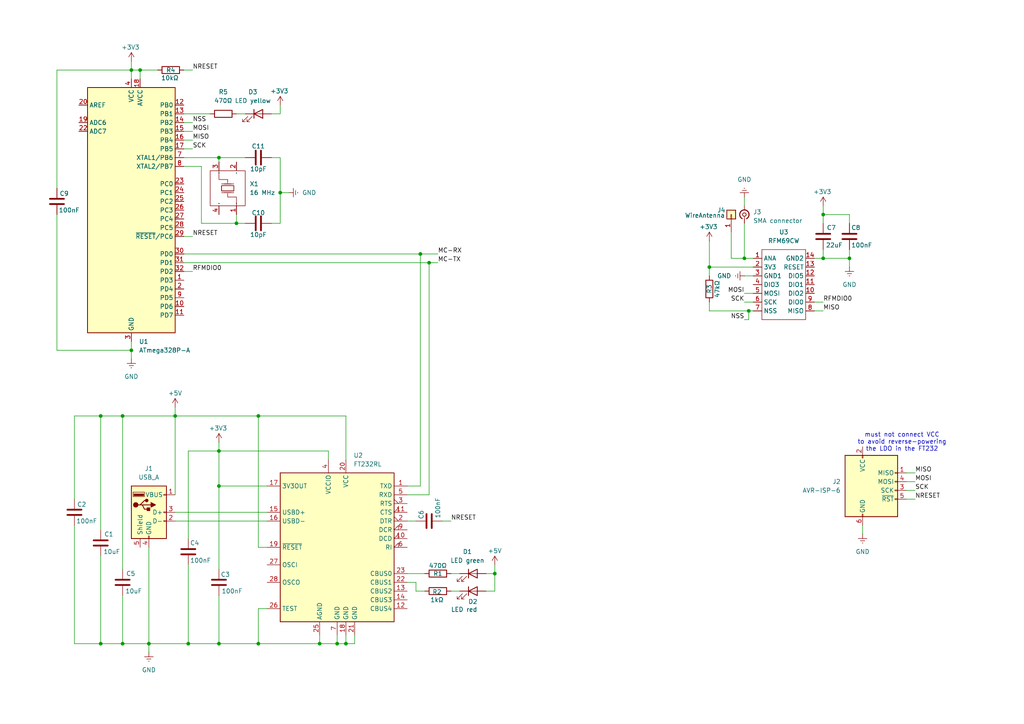
<source format=kicad_sch>
(kicad_sch (version 20231120) (generator "eeschema") (generator_version "8.0")
  (paper "A4")
  (lib_symbols
    (symbol "Connector:AVR-ISP-6" (pin_names (offset 1.016))
      (property "Reference" "J" (at -6.35 11.43 0))
      (property "Value" "AVR-ISP-6" (at 0 11.43 0))
      (symbol "AVR-ISP-6_0_1"
        (rectangle (start -2.667 -6.858) (end -2.413 -7.62))
        (rectangle (start -2.667 10.16) (end -2.413 9.398))
        (rectangle (start 7.62 -2.413) (end 6.858 -2.667))
        (rectangle (start 7.62 0.127) (end 6.858 -0.127))
        (rectangle (start 7.62 2.667) (end 6.858 2.413))
        (rectangle (start 7.62 5.207) (end 6.858 4.953))
        (rectangle (start 7.62 10.16) (end -7.62 -7.62) (stroke (width 0.254)) (fill (type background)))
      )
      (symbol "AVR-ISP-6_1_1"
        (pin passive line (at 10.16 5.08 180) (length 2.54) (name "MISO") (number "1"))
        (pin passive line (at -2.54 12.7 270) (length 2.54) (name "VCC") (number "2"))
        (pin passive line (at 10.16 0 180) (length 2.54) (name "SCK") (number "3"))
        (pin passive line (at 10.16 2.54 180) (length 2.54) (name "MOSI") (number "4"))
        (pin passive line (at 10.16 -2.54 180) (length 2.54) (name "~{RST}") (number "5"))
        (pin passive line (at -2.54 -10.16 90) (length 2.54) (name "GND") (number "6"))
      )
    )
    (symbol "Connector:Conn_Coaxial_Small" (pin_numbers hide) (pin_names (offset 1.016) hide)
      (property "Reference" "J" (at 0.254 3.048 0))
      (property "Value" "Conn_Coaxial_Small" (at 0 -3.81 0))
      (symbol "Conn_Coaxial_Small_0_1"
        (polyline (pts (xy -2.54 0) (xy -0.508 0)))
        (circle (center 0 0) (radius 0.508) (stroke (width 0.2032)))
      )
      (symbol "Conn_Coaxial_Small_1_1"
        (arc (start -1.1916 -0.6311) (mid 0.327 -1.3081) (end 1.3484 0.0039) (stroke (width 0.3048)))
        (arc (start 1.3484 -0.0039) (mid 0.327 1.3081) (end -1.1916 0.6311) (stroke (width 0.3048)))
        (pin passive line (at -2.54 0 0) (length 1.27) (name "In") (number "1"))
        (pin passive line (at 2.54 0 180) (length 1.27) (name "Ext") (number "2"))
      )
    )
    (symbol "Connector:USB_A" (pin_names (offset 1.016))
      (property "Reference" "J" (at -5.08 11.43 0))
      (property "Value" "USB_A" (at -5.08 8.89 0))
      (symbol "USB_A_0_1"
        (rectangle (start -5.08 -7.62) (end 5.08 7.62) (stroke (width 0.254)) (fill (type background)))
        (circle (center -3.81 2.159) (radius 0.635) (stroke (width 0.254)) (fill (type outline)))
        (rectangle (start -1.524 4.826) (end -4.318 5.334) (fill (type outline)))
        (rectangle (start -1.27 4.572) (end -4.572 5.842))
        (circle (center -0.635 3.429) (radius 0.381) (stroke (width 0.254)) (fill (type outline)))
        (rectangle (start -0.127 -7.62) (end 0.127 -6.858))
        (polyline (pts (xy -3.175 2.159) (xy -2.54 2.159) (xy -1.27 3.429) (xy -0.635 3.429)) (stroke (width 0.254)))
        (polyline (pts (xy -2.54 2.159) (xy -1.905 2.159) (xy -1.27 0.889) (xy 0 0.889)) (stroke (width 0.254)))
        (polyline (pts (xy 0.635 2.794) (xy 0.635 1.524) (xy 1.905 2.159) (xy 0.635 2.794)) (stroke (width 0.254)) (fill (type outline)))
        (rectangle (start 0.254 1.27) (end -0.508 0.508) (stroke (width 0.254)) (fill (type outline)))
        (rectangle (start 5.08 -2.667) (end 4.318 -2.413))
        (rectangle (start 5.08 -0.127) (end 4.318 0.127))
        (rectangle (start 5.08 4.953) (end 4.318 5.207))
      )
      (symbol "USB_A_1_1"
        (polyline (pts (xy -1.905 2.159) (xy 0.635 2.159)) (stroke (width 0.254)))
        (pin power_in line (at 7.62 5.08 180) (length 2.54) (name "VBUS") (number "1"))
        (pin bidirectional line (at 7.62 -2.54 180) (length 2.54) (name "D-") (number "2"))
        (pin bidirectional line (at 7.62 0 180) (length 2.54) (name "D+") (number "3"))
        (pin power_in line (at 0 -10.16 90) (length 2.54) (name "GND") (number "4"))
        (pin passive line (at -2.54 -10.16 90) (length 2.54) (name "Shield") (number "5"))
      )
    )
    (symbol "Connector_Generic:Conn_01x01" (pin_names (offset 1.016) hide)
      (property "Reference" "J" (at 0 2.54 0))
      (property "Value" "Conn_01x01" (at 0 -2.54 0))
      (symbol "Conn_01x01_1_1"
        (rectangle (start -1.27 0.127) (end 0 -0.127) (stroke (width 0.1524)))
        (rectangle (start -1.27 1.27) (end 1.27 -1.27) (stroke (width 0.254)) (fill (type background)))
        (pin passive line (at -5.08 0 0) (length 3.81) (name "Pin_1") (number "1"))
      )
    )
    (symbol "Device:C" (pin_numbers hide) (pin_names (offset 0.254))
      (property "Reference" "C" (at 0.635 2.54 0))
      (property "Value" "C" (at 0.635 -2.54 0))
      (symbol "C_0_1"
        (polyline (pts (xy -2.032 -0.762) (xy 2.032 -0.762)) (stroke (width 0.508)))
        (polyline (pts (xy -2.032 0.762) (xy 2.032 0.762)) (stroke (width 0.508)))
      )
      (symbol "C_1_1"
        (pin passive line (at 0 3.81 270) (length 2.794) (name "~") (number "1"))
        (pin passive line (at 0 -3.81 90) (length 2.794) (name "~") (number "2"))
      )
    )
    (symbol "Device:LED" (pin_numbers hide) (pin_names (offset 1.016) hide)
      (property "Reference" "D" (at 0 2.54 0))
      (property "Value" "LED" (at 0 -2.54 0))
      (symbol "LED_0_1"
        (polyline (pts (xy -1.27 -1.27) (xy -1.27 1.27)) (stroke (width 0.254)))
        (polyline (pts (xy -1.27 0) (xy 1.27 0)))
        (polyline (pts (xy 1.27 -1.27) (xy 1.27 1.27) (xy -1.27 0) (xy 1.27 -1.27)) (stroke (width 0.254)))
        (polyline (pts (xy -3.048 -0.762) (xy -4.572 -2.286) (xy -3.81 -2.286) (xy -4.572 -2.286) (xy -4.572 -1.524)))
        (polyline (pts (xy -1.778 -0.762) (xy -3.302 -2.286) (xy -2.54 -2.286) (xy -3.302 -2.286) (xy -3.302 -1.524)))
      )
      (symbol "LED_1_1"
        (pin passive line (at -3.81 0 0) (length 2.54) (name "K") (number "1"))
        (pin passive line (at 3.81 0 180) (length 2.54) (name "A") (number "2"))
      )
    )
    (symbol "Device:R" (pin_numbers hide) (pin_names (offset 0))
      (property "Reference" "R" (at 2.032 0 90))
      (property "Value" "R" (at 0 0 90))
      (symbol "R_0_1"
        (rectangle (start -1.016 -2.54) (end 1.016 2.54) (stroke (width 0.254)))
      )
      (symbol "R_1_1"
        (pin passive line (at 0 3.81 270) (length 1.27) (name "~") (number "1"))
        (pin passive line (at 0 -3.81 90) (length 1.27) (name "~") (number "2"))
      )
    )
    (symbol "Interface_USB:FT232RL"
      (property "Reference" "U" (at -16.51 22.86 0))
      (property "Value" "FT232RL" (at 10.16 22.86 0))
      (symbol "FT232RL_0_1"
        (rectangle (start -16.51 21.59) (end 16.51 -21.59) (stroke (width 0.254)) (fill (type background)))
      )
      (symbol "FT232RL_1_1"
        (pin output line (at 20.32 17.78 180) (length 3.81) (name "TXD") (number "1"))
        (pin input input_low (at 20.32 2.54 180) (length 3.81) (name "DCD") (number "10"))
        (pin input input_low (at 20.32 10.16 180) (length 3.81) (name "CTS") (number "11"))
        (pin bidirectional line (at 20.32 -17.78 180) (length 3.81) (name "CBUS4") (number "12"))
        (pin bidirectional line (at 20.32 -12.7 180) (length 3.81) (name "CBUS2") (number "13"))
        (pin bidirectional line (at 20.32 -15.24 180) (length 3.81) (name "CBUS3") (number "14"))
        (pin bidirectional line (at -20.32 10.16 0) (length 3.81) (name "USBD+") (number "15"))
        (pin bidirectional line (at -20.32 7.62 0) (length 3.81) (name "USBD-") (number "16"))
        (pin power_out line (at -20.32 17.78 0) (length 3.81) (name "3V3OUT") (number "17"))
        (pin power_in line (at 2.54 -25.4 90) (length 3.81) (name "GND") (number "18"))
        (pin input line (at -20.32 0 0) (length 3.81) (name "~{RESET}") (number "19"))
        (pin output output_low (at 20.32 7.62 180) (length 3.81) (name "DTR") (number "2"))
        (pin power_in line (at 2.54 25.4 270) (length 3.81) (name "VCC") (number "20"))
        (pin power_in line (at 5.08 -25.4 90) (length 3.81) (name "GND") (number "21"))
        (pin bidirectional line (at 20.32 -10.16 180) (length 3.81) (name "CBUS1") (number "22"))
        (pin bidirectional line (at 20.32 -7.62 180) (length 3.81) (name "CBUS0") (number "23"))
        (pin power_in line (at -5.08 -25.4 90) (length 3.81) (name "AGND") (number "25"))
        (pin input line (at -20.32 -17.78 0) (length 3.81) (name "TEST") (number "26"))
        (pin input line (at -20.32 -5.08 0) (length 3.81) (name "OSCI") (number "27"))
        (pin output line (at -20.32 -10.16 0) (length 3.81) (name "OSCO") (number "28"))
        (pin output output_low (at 20.32 12.7 180) (length 3.81) (name "RTS") (number "3"))
        (pin power_in line (at -2.54 25.4 270) (length 3.81) (name "VCCIO") (number "4"))
        (pin input line (at 20.32 15.24 180) (length 3.81) (name "RXD") (number "5"))
        (pin input input_low (at 20.32 0 180) (length 3.81) (name "RI") (number "6"))
        (pin power_in line (at 0 -25.4 90) (length 3.81) (name "GND") (number "7"))
        (pin input input_low (at 20.32 5.08 180) (length 3.81) (name "DCR") (number "9"))
      )
    )
    (symbol "MCU_Microchip_ATmega:ATmega328P-A"
      (property "Reference" "U" (at -12.7 36.83 0))
      (property "Value" "ATmega328P-A" (at 2.54 -36.83 0))
      (symbol "ATmega328P-A_0_1"
        (rectangle (start -12.7 -35.56) (end 12.7 35.56) (stroke (width 0.254)) (fill (type background)))
      )
      (symbol "ATmega328P-A_1_1"
        (pin bidirectional line (at 15.24 -20.32 180) (length 2.54) (name "PD3") (number "1"))
        (pin bidirectional line (at 15.24 -27.94 180) (length 2.54) (name "PD6") (number "10"))
        (pin bidirectional line (at 15.24 -30.48 180) (length 2.54) (name "PD7") (number "11"))
        (pin bidirectional line (at 15.24 30.48 180) (length 2.54) (name "PB0") (number "12"))
        (pin bidirectional line (at 15.24 27.94 180) (length 2.54) (name "PB1") (number "13"))
        (pin bidirectional line (at 15.24 25.4 180) (length 2.54) (name "PB2") (number "14"))
        (pin bidirectional line (at 15.24 22.86 180) (length 2.54) (name "PB3") (number "15"))
        (pin bidirectional line (at 15.24 20.32 180) (length 2.54) (name "PB4") (number "16"))
        (pin bidirectional line (at 15.24 17.78 180) (length 2.54) (name "PB5") (number "17"))
        (pin power_in line (at 2.54 38.1 270) (length 2.54) (name "AVCC") (number "18"))
        (pin input line (at -15.24 25.4 0) (length 2.54) (name "ADC6") (number "19"))
        (pin bidirectional line (at 15.24 -22.86 180) (length 2.54) (name "PD4") (number "2"))
        (pin passive line (at -15.24 30.48 0) (length 2.54) (name "AREF") (number "20"))
        (pin passive line (at 0 -38.1 90) (length 2.54) hide (name "GND") (number "21"))
        (pin input line (at -15.24 22.86 0) (length 2.54) (name "ADC7") (number "22"))
        (pin bidirectional line (at 15.24 7.62 180) (length 2.54) (name "PC0") (number "23"))
        (pin bidirectional line (at 15.24 5.08 180) (length 2.54) (name "PC1") (number "24"))
        (pin bidirectional line (at 15.24 2.54 180) (length 2.54) (name "PC2") (number "25"))
        (pin bidirectional line (at 15.24 0 180) (length 2.54) (name "PC3") (number "26"))
        (pin bidirectional line (at 15.24 -2.54 180) (length 2.54) (name "PC4") (number "27"))
        (pin bidirectional line (at 15.24 -5.08 180) (length 2.54) (name "PC5") (number "28"))
        (pin bidirectional line (at 15.24 -7.62 180) (length 2.54) (name "~{RESET}/PC6") (number "29"))
        (pin power_in line (at 0 -38.1 90) (length 2.54) (name "GND") (number "3"))
        (pin bidirectional line (at 15.24 -12.7 180) (length 2.54) (name "PD0") (number "30"))
        (pin bidirectional line (at 15.24 -15.24 180) (length 2.54) (name "PD1") (number "31"))
        (pin bidirectional line (at 15.24 -17.78 180) (length 2.54) (name "PD2") (number "32"))
        (pin power_in line (at 0 38.1 270) (length 2.54) (name "VCC") (number "4"))
        (pin passive line (at 0 -38.1 90) (length 2.54) hide (name "GND") (number "5"))
        (pin passive line (at 0 38.1 270) (length 2.54) hide (name "VCC") (number "6"))
        (pin bidirectional line (at 15.24 15.24 180) (length 2.54) (name "XTAL1/PB6") (number "7"))
        (pin bidirectional line (at 15.24 12.7 180) (length 2.54) (name "XTAL2/PB7") (number "8"))
        (pin bidirectional line (at 15.24 -25.4 180) (length 2.54) (name "PD5") (number "9"))
      )
    )
    (symbol "foxisfrickellibrary:RFM69CW"
      (property "Reference" "U" (at 0 0 0))
      (property "Value" "RFM69CW" (at 0 0 0))
      (symbol "RFM69CW_0_1"
        (rectangle (start -6.35 -1.27) (end 6.35 -21.59))
      )
      (symbol "RFM69CW_1_1"
        (pin bidirectional line (at -8.89 -3.81 0) (length 2.54) (name "ANA") (number "1"))
        (pin bidirectional line (at 8.89 -13.97 180) (length 2.54) (name "DIO2") (number "10"))
        (pin bidirectional line (at 8.89 -11.43 180) (length 2.54) (name "DIO1") (number "11"))
        (pin bidirectional line (at 8.89 -8.89 180) (length 2.54) (name "DIO5") (number "12"))
        (pin bidirectional line (at 8.89 -6.35 180) (length 2.54) (name "RESET") (number "13"))
        (pin power_in line (at 8.89 -3.81 180) (length 2.54) (name "GND2") (number "14"))
        (pin power_in line (at -8.89 -6.35 0) (length 2.54) (name "3V3") (number "2"))
        (pin power_in line (at -8.89 -8.89 0) (length 2.54) (name "GND1") (number "3"))
        (pin bidirectional line (at -8.89 -11.43 0) (length 2.54) (name "DIO3") (number "4"))
        (pin bidirectional line (at -8.89 -13.97 0) (length 2.54) (name "MOSI") (number "5"))
        (pin bidirectional line (at -8.89 -16.51 0) (length 2.54) (name "SCK") (number "6"))
        (pin bidirectional line (at -8.89 -19.05 0) (length 2.54) (name "NSS") (number "7"))
        (pin bidirectional line (at 8.89 -19.05 180) (length 2.54) (name "MISO") (number "8"))
        (pin bidirectional line (at 8.89 -16.51 180) (length 2.54) (name "DIO0") (number "9"))
      )
    )
    (symbol "foxisfrickellibrary:crystosc-X322516MLB4SI"
      (property "Reference" "X?" (at 0 0 0))
      (symbol "crystosc-X322516MLB4SI_1_0"
        (rectangle (start -5.08 -5.08) (end 5.08 5.08))
        (polyline (pts (xy -1.27 -1.778) (xy -1.27 1.778)))
        (polyline (pts (xy -1.27 -1.016) (xy -1.27 1.016)))
        (polyline (pts (xy 0.762 -1.778) (xy -0.762 -1.778)))
        (polyline (pts (xy 1.27 -1.778) (xy 1.27 1.778)))
        (polyline (pts (xy 1.27 -1.016) (xy 1.27 1.016)))
        (polyline (pts (xy -5.08 -2.54) (xy -2.54 -2.54) (xy -2.54 -2.54) (xy -2.54 0) (xy -2.54 0) (xy -1.524 0)))
        (polyline (pts (xy -0.762 -1.778) (xy -0.762 1.778) (xy -0.762 1.778) (xy 0.762 1.778) (xy 0.762 1.778) (xy 0.762 -1.778)))
        (polyline (pts (xy 5.08 2.54) (xy 2.54 2.54) (xy 2.54 2.54) (xy 2.54 0) (xy 2.54 0) (xy 1.524 0)))
        (polyline (pts (xy 0.762 1.778) (xy 0.762 -1.778) (xy 0.762 -1.778) (xy -0.762 -1.778) (xy -0.762 -1.778) (xy -0.762 1.778) (xy -0.762 1.778) (xy 0.762 1.778)))
        (pin unspecified line (at -7.62 -2.54 0) (length 2.54) (name "OSC1") (number "1"))
        (pin unspecified line (at 7.62 -2.54 180) (length 2.54) (name "GND") (number "2"))
        (pin unspecified line (at 7.62 2.54 180) (length 2.54) (name "OSC2") (number "3"))
        (pin unspecified line (at -7.62 2.54 0) (length 2.54) (name "GND") (number "4"))
      )
    )
    (symbol "power:+3V3" (power) (pin_numbers hide) (pin_names (offset 0) hide)
      (property "Value" "+3V3" (at 0 3.556 0))
      (symbol "+3V3_0_1"
        (polyline (pts (xy -0.762 1.27) (xy 0 2.54)))
        (polyline (pts (xy 0 0) (xy 0 2.54)))
        (polyline (pts (xy 0 2.54) (xy 0.762 1.27)))
      )
      (symbol "+3V3_1_1"
        (pin power_in line (at 0 0 90) (length 0) (name "~") (number "1"))
      )
    )
    (symbol "power:+5V" (power) (pin_numbers hide) (pin_names (offset 0) hide)
      (property "Value" "+5V" (at 0 3.556 0))
      (symbol "+5V_0_1"
        (polyline (pts (xy -0.762 1.27) (xy 0 2.54)))
        (polyline (pts (xy 0 0) (xy 0 2.54)))
        (polyline (pts (xy 0 2.54) (xy 0.762 1.27)))
      )
      (symbol "+5V_1_1"
        (pin power_in line (at 0 0 90) (length 0) (name "~") (number "1"))
      )
    )
    (symbol "power:Earth" (power) (pin_numbers hide) (pin_names (offset 0) hide)
      (property "Value" "Earth" (at 0 -3.81 0))
      (symbol "Earth_0_1"
        (polyline (pts (xy -0.635 -1.905) (xy 0.635 -1.905)))
        (polyline (pts (xy -0.127 -2.54) (xy 0.127 -2.54)))
        (polyline (pts (xy 0 -1.27) (xy 0 0)))
        (polyline (pts (xy 1.27 -1.27) (xy -1.27 -1.27)))
      )
      (symbol "Earth_1_1"
        (pin power_in line (at 0 0 270) (length 0) (name "~") (number "1"))
      )
    )
  )
  (junction (at 38.1 20.32))
  (junction (at 50.8 120.65))
  (junction (at 63.5 186.69))
  (junction (at 97.79 186.69))
  (junction (at 35.56 120.65))
  (junction (at 63.5 130.81))
  (junction (at 74.93 120.65))
  (junction (at 35.56 186.69))
  (junction (at 29.21 186.69))
  (junction (at 238.76 74.93))
  (junction (at 121.92 73.66))
  (junction (at 63.5 45.72))
  (junction (at 205.74 77.47))
  (junction (at 43.18 186.69))
  (junction (at 54.61 186.69))
  (junction (at 100.33 186.69))
  (junction (at 246.38 74.93))
  (junction (at 217.17 90.17))
  (junction (at 74.93 186.69))
  (junction (at 81.28 55.88))
  (junction (at 92.71 186.69))
  (junction (at 29.21 120.65))
  (junction (at 40.64 20.32))
  (junction (at 143.51 166.37))
  (junction (at 38.1 101.6))
  (junction (at 68.58 64.77))
  (junction (at 63.5 140.97))
  (junction (at 238.76 62.23))
  (junction (at 124.46 76.2))
  (junction (at 215.9 74.93))
  (wire (pts (xy 143.51 171.45) (xy 143.51 166.37)))
  (wire (pts (xy 53.34 38.1) (xy 55.88 38.1)))
  (wire (pts (xy 50.8 120.65) (xy 50.8 143.51)))
  (wire (pts (xy 54.61 156.21) (xy 54.61 130.81)))
  (wire (pts (xy 121.92 140.97) (xy 121.92 73.66)))
  (wire (pts (xy 40.64 20.32) (xy 45.72 20.32)))
  (wire (pts (xy 143.51 163.83) (xy 143.51 166.37)))
  (wire (pts (xy 63.5 172.72) (xy 63.5 186.69)))
  (wire (pts (xy 246.38 74.93) (xy 246.38 72.39)))
  (wire (pts (xy 250.19 152.4) (xy 250.19 154.94)))
  (wire (pts (xy 50.8 148.59) (xy 77.47 148.59)))
  (wire (pts (xy 38.1 20.32) (xy 38.1 22.86)))
  (wire (pts (xy 100.33 120.65) (xy 100.33 133.35)))
  (wire (pts (xy 43.18 186.69) (xy 54.61 186.69)))
  (wire (pts (xy 35.56 120.65) (xy 35.56 165.1)))
  (wire (pts (xy 81.28 45.72) (xy 81.28 55.88)))
  (wire (pts (xy 215.9 80.01) (xy 218.44 80.01)))
  (wire (pts (xy 121.92 73.66) (xy 53.34 73.66)))
  (wire (pts (xy 68.58 64.77) (xy 71.12 64.77)))
  (wire (pts (xy 215.9 74.93) (xy 215.9 64.77)))
  (wire (pts (xy 246.38 62.23) (xy 238.76 62.23)))
  (wire (pts (xy 246.38 74.93) (xy 246.38 77.47)))
  (wire (pts (xy 53.34 33.02) (xy 60.96 33.02)))
  (wire (pts (xy 21.59 144.78) (xy 21.59 120.65)))
  (wire (pts (xy 63.5 140.97) (xy 77.47 140.97)))
  (wire (pts (xy 16.51 20.32) (xy 38.1 20.32)))
  (wire (pts (xy 29.21 186.69) (xy 21.59 186.69)))
  (wire (pts (xy 63.5 130.81) (xy 63.5 140.97)))
  (wire (pts (xy 74.93 176.53) (xy 74.93 186.69)))
  (wire (pts (xy 63.5 140.97) (xy 63.5 165.1)))
  (wire (pts (xy 130.81 171.45) (xy 133.35 171.45)))
  (wire (pts (xy 92.71 184.15) (xy 92.71 186.69)))
  (wire (pts (xy 81.28 64.77) (xy 81.28 55.88)))
  (wire (pts (xy 205.74 87.63) (xy 205.74 90.17)))
  (wire (pts (xy 238.76 72.39) (xy 238.76 74.93)))
  (wire (pts (xy 238.76 62.23) (xy 238.76 64.77)))
  (wire (pts (xy 40.64 22.86) (xy 40.64 20.32)))
  (wire (pts (xy 16.51 54.61) (xy 16.51 20.32)))
  (wire (pts (xy 77.47 158.75) (xy 74.93 158.75)))
  (wire (pts (xy 54.61 130.81) (xy 63.5 130.81)))
  (wire (pts (xy 140.97 171.45) (xy 143.51 171.45)))
  (wire (pts (xy 21.59 186.69) (xy 21.59 152.4)))
  (wire (pts (xy 53.34 45.72) (xy 63.5 45.72)))
  (wire (pts (xy 63.5 45.72) (xy 71.12 45.72)))
  (wire (pts (xy 262.89 137.16) (xy 265.43 137.16)))
  (wire (pts (xy 217.17 92.71) (xy 217.17 90.17)))
  (wire (pts (xy 262.89 144.78) (xy 265.43 144.78)))
  (wire (pts (xy 53.34 20.32) (xy 55.88 20.32)))
  (wire (pts (xy 38.1 101.6) (xy 38.1 104.14)))
  (wire (pts (xy 81.28 30.48) (xy 81.28 33.02)))
  (wire (pts (xy 95.25 130.81) (xy 63.5 130.81)))
  (wire (pts (xy 124.46 143.51) (xy 124.46 76.2)))
  (wire (pts (xy 205.74 69.85) (xy 205.74 77.47)))
  (wire (pts (xy 53.34 35.56) (xy 55.88 35.56)))
  (wire (pts (xy 78.74 64.77) (xy 81.28 64.77)))
  (wire (pts (xy 53.34 78.74) (xy 55.88 78.74)))
  (wire (pts (xy 212.09 74.93) (xy 215.9 74.93)))
  (wire (pts (xy 205.74 90.17) (xy 217.17 90.17)))
  (wire (pts (xy 100.33 184.15) (xy 100.33 186.69)))
  (wire (pts (xy 236.22 74.93) (xy 238.76 74.93)))
  (wire (pts (xy 58.42 48.26) (xy 53.34 48.26)))
  (wire (pts (xy 53.34 43.18) (xy 55.88 43.18)))
  (wire (pts (xy 50.8 151.13) (xy 77.47 151.13)))
  (wire (pts (xy 40.64 20.32) (xy 38.1 20.32)))
  (wire (pts (xy 102.87 184.15) (xy 102.87 186.69)))
  (wire (pts (xy 205.74 77.47) (xy 205.74 80.01)))
  (wire (pts (xy 68.58 62.23) (xy 68.58 64.77)))
  (wire (pts (xy 58.42 64.77) (xy 58.42 48.26)))
  (wire (pts (xy 215.9 57.15) (xy 215.9 59.69)))
  (wire (pts (xy 97.79 184.15) (xy 97.79 186.69)))
  (wire (pts (xy 35.56 186.69) (xy 43.18 186.69)))
  (wire (pts (xy 236.22 90.17) (xy 238.76 90.17)))
  (wire (pts (xy 262.89 142.24) (xy 265.43 142.24)))
  (wire (pts (xy 123.19 171.45) (xy 120.65 171.45)))
  (wire (pts (xy 53.34 68.58) (xy 55.88 68.58)))
  (wire (pts (xy 78.74 45.72) (xy 81.28 45.72)))
  (wire (pts (xy 81.28 55.88) (xy 83.82 55.88)))
  (wire (pts (xy 74.93 186.69) (xy 92.71 186.69)))
  (wire (pts (xy 50.8 118.11) (xy 50.8 120.65)))
  (wire (pts (xy 50.8 120.65) (xy 74.93 120.65)))
  (wire (pts (xy 68.58 64.77) (xy 58.42 64.77)))
  (wire (pts (xy 118.11 166.37) (xy 123.19 166.37)))
  (wire (pts (xy 74.93 120.65) (xy 100.33 120.65)))
  (wire (pts (xy 29.21 120.65) (xy 35.56 120.65)))
  (wire (pts (xy 29.21 186.69) (xy 35.56 186.69)))
  (wire (pts (xy 120.65 168.91) (xy 118.11 168.91)))
  (wire (pts (xy 77.47 176.53) (xy 74.93 176.53)))
  (wire (pts (xy 262.89 139.7) (xy 265.43 139.7)))
  (wire (pts (xy 102.87 186.69) (xy 100.33 186.69)))
  (wire (pts (xy 43.18 186.69) (xy 43.18 189.23)))
  (wire (pts (xy 120.65 171.45) (xy 120.65 168.91)))
  (wire (pts (xy 218.44 74.93) (xy 215.9 74.93)))
  (wire (pts (xy 118.11 140.97) (xy 121.92 140.97)))
  (wire (pts (xy 97.79 186.69) (xy 92.71 186.69)))
  (wire (pts (xy 54.61 186.69) (xy 63.5 186.69)))
  (wire (pts (xy 43.18 158.75) (xy 43.18 186.69)))
  (wire (pts (xy 215.9 87.63) (xy 218.44 87.63)))
  (wire (pts (xy 38.1 20.32) (xy 38.1 17.78)))
  (wire (pts (xy 63.5 128.27) (xy 63.5 130.81)))
  (wire (pts (xy 29.21 120.65) (xy 29.21 153.67)))
  (wire (pts (xy 54.61 163.83) (xy 54.61 186.69)))
  (wire (pts (xy 130.81 166.37) (xy 133.35 166.37)))
  (wire (pts (xy 16.51 62.23) (xy 16.51 101.6)))
  (wire (pts (xy 246.38 64.77) (xy 246.38 62.23)))
  (wire (pts (xy 121.92 73.66) (xy 127 73.66)))
  (wire (pts (xy 118.11 151.13) (xy 120.65 151.13)))
  (wire (pts (xy 128.27 151.13) (xy 130.81 151.13)))
  (wire (pts (xy 212.09 67.31) (xy 212.09 74.93)))
  (wire (pts (xy 124.46 76.2) (xy 53.34 76.2)))
  (wire (pts (xy 21.59 120.65) (xy 29.21 120.65)))
  (wire (pts (xy 236.22 87.63) (xy 238.76 87.63)))
  (wire (pts (xy 143.51 166.37) (xy 140.97 166.37)))
  (wire (pts (xy 238.76 74.93) (xy 246.38 74.93)))
  (wire (pts (xy 81.28 33.02) (xy 78.74 33.02)))
  (wire (pts (xy 205.74 77.47) (xy 218.44 77.47)))
  (wire (pts (xy 215.9 85.09) (xy 218.44 85.09)))
  (wire (pts (xy 118.11 143.51) (xy 124.46 143.51)))
  (wire (pts (xy 68.58 33.02) (xy 71.12 33.02)))
  (wire (pts (xy 53.34 40.64) (xy 55.88 40.64)))
  (wire (pts (xy 63.5 186.69) (xy 74.93 186.69)))
  (wire (pts (xy 95.25 133.35) (xy 95.25 130.81)))
  (wire (pts (xy 215.9 92.71) (xy 217.17 92.71)))
  (wire (pts (xy 63.5 45.72) (xy 63.5 46.99)))
  (wire (pts (xy 35.56 172.72) (xy 35.56 186.69)))
  (wire (pts (xy 16.51 101.6) (xy 38.1 101.6)))
  (wire (pts (xy 217.17 90.17) (xy 218.44 90.17)))
  (wire (pts (xy 35.56 120.65) (xy 50.8 120.65)))
  (wire (pts (xy 238.76 59.69) (xy 238.76 62.23)))
  (wire (pts (xy 29.21 186.69) (xy 29.21 161.29)))
  (wire (pts (xy 74.93 120.65) (xy 74.93 158.75)))
  (wire (pts (xy 100.33 186.69) (xy 97.79 186.69)))
  (wire (pts (xy 38.1 99.06) (xy 38.1 101.6)))
  (wire (pts (xy 124.46 76.2) (xy 127 76.2)))
  (text "must not connect VCC\nto avoid reverse-powering\nthe LDO in the FT232" (at 261.62 128.27 0) (effects (font (size 1.27 1.27))))
  (label "RFMDIO0" (at 238.76 87.63 0))
  (label "NRESET" (at 55.88 20.32 0))
  (label "NSS" (at 55.88 35.56 0))
  (label "MISO" (at 238.76 90.17 0))
  (label "MISO" (at 265.43 137.16 0))
  (label "SCK" (at 265.43 142.24 0))
  (label "MC-RX" (at 127 73.66 0))
  (label "NSS" (at 215.9 92.71 180))
  (label "NRESET" (at 130.81 151.13 0))
  (label "RFMDIO0" (at 55.88 78.74 0))
  (label "SCK" (at 215.9 87.63 180))
  (label "SCK" (at 55.88 43.18 0))
  (label "MC-TX" (at 127 76.2 0))
  (label "NRESET" (at 55.88 68.58 0))
  (label "MOSI" (at 215.9 85.09 180))
  (label "NRESET" (at 265.43 144.78 0))
  (label "MISO" (at 55.88 40.64 0))
  (label "MOSI" (at 55.88 38.1 0))
  (label "MOSI" (at 265.43 139.7 0))
  (symbol (lib_id "Connector:AVR-ISP-6") (at 252.73 142.24 0) (unit 1) (in_bom no)
    (property "Reference" "J2" (at 243.84 139.6999 0) (effects (justify right)))
    (property "Value" "AVR-ISP-6" (at 243.84 142.2399 0) (effects (justify right)))
    (property "Footprint" "Connector:Tag-Connect_TC2030-IDC-NL_2x03_P1.27mm_Vertical" (effects (hide yes)))
    (property "Datasheet" " ~" (effects (hide yes)))
    (property "Description" "Atmel 6-pin ISP connector" (effects (hide yes)))
  )
  (symbol (lib_id "Device:C") (at 21.59 148.59 0) (unit 1)
    (property "Reference" "C2" (at 22.352 146.304 0) (effects (justify left)))
    (property "Value" "100nF" (at 22.098 151.13 0) (effects (justify left)))
    (property "Footprint" "Capacitor_SMD:C_0402_1005Metric" (effects (hide yes)))
    (property "Description" "Unpolarized capacitor" (effects (hide yes)))
  )
  (symbol (lib_id "Device:LED") (at 137.16 166.37 0) (unit 1)
    (property "Reference" "D1" (at 135.5725 160.02 0))
    (property "Value" "LED green" (at 135.5725 162.56 0))
    (property "Footprint" "LED_SMD:LED_0805_2012Metric" (effects (hide yes)))
    (property "Description" "Light emitting diode" (effects (hide yes)))
  )
  (symbol (lib_id "Device:R") (at 49.53 20.32 90) (unit 1)
    (property "Reference" "R4" (at 49.53 20.32 90))
    (property "Value" "10kΩ" (at 49.276 22.606 90))
    (property "Footprint" "foxisfrickellibrary:R_0402_modsilkscreen" (effects (hide yes)))
    (property "Description" "Resistor" (effects (hide yes)))
  )
  (symbol (lib_id "power:Earth") (at 250.19 154.94 0) (unit 1)
    (property "Reference" "#PWR06" (effects (hide yes)))
    (property "Value" "GND" (at 250.19 160.02 0))
  )
  (symbol (lib_id "Device:R") (at 127 171.45 90) (unit 1)
    (property "Reference" "R2" (at 126.746 171.704 90))
    (property "Value" "1kΩ" (at 126.746 173.99 90))
    (property "Footprint" "foxisfrickellibrary:R_0402_modsilkscreen" (effects (hide yes)))
    (property "Description" "Resistor" (effects (hide yes)))
  )
  (symbol (lib_id "power:+3V3") (at 38.1 17.78 0) (unit 1)
    (property "Reference" "#PWR010" (effects (hide yes)))
    (property "Value" "+3V3" (at 37.846 13.716 0))
    (property "Description" "Power symbol creates a global label with name \"+3V3\"" (effects (hide yes)))
  )
  (symbol (lib_id "power:Earth") (at 43.18 189.23 0) (unit 1)
    (property "Reference" "#PWR01" (effects (hide yes)))
    (property "Value" "GND" (at 43.18 194.31 0))
  )
  (symbol (lib_id "power:Earth") (at 215.9 57.15 180) (unit 1)
    (property "Reference" "#PWR014" (effects (hide yes)))
    (property "Value" "GND" (at 215.9 52.07 0))
  )
  (symbol (lib_id "Device:C") (at 63.5 168.91 0) (unit 1)
    (property "Reference" "C3" (at 64.008 166.624 0) (effects (justify left)))
    (property "Value" "100nF" (at 64.262 171.45 0) (effects (justify left)))
    (property "Footprint" "Capacitor_SMD:C_0402_1005Metric" (effects (hide yes)))
    (property "Description" "Unpolarized capacitor" (effects (hide yes)))
  )
  (symbol (lib_id "power:Earth") (at 215.9 80.01 270) (unit 1)
    (property "Reference" "#PWR07" (effects (hide yes)))
    (property "Value" "GND" (at 212.09 80.0099 90) (effects (justify right)))
  )
  (symbol (lib_id "Connector:USB_A") (at 43.18 148.59 0) (unit 1) (in_bom no)
    (property "Reference" "J1" (at 43.18 135.89 0))
    (property "Value" "USB_A" (at 43.18 138.43 0))
    (property "Footprint" "Connector_USB:USB_A_Molex_48037-2200_Horizontal" (effects (hide yes)))
    (property "Datasheet" " ~" (effects (hide yes)))
    (property "Description" "USB Type A connector" (effects (hide yes)))
  )
  (symbol (lib_id "Device:R") (at 64.77 33.02 90) (unit 1)
    (property "Reference" "R5" (at 64.77 26.67 90))
    (property "Value" "470Ω" (at 64.77 29.21 90))
    (property "Footprint" "foxisfrickellibrary:R_0402_modsilkscreen" (effects (hide yes)))
    (property "Description" "Resistor" (effects (hide yes)))
  )
  (symbol (lib_id "Device:C") (at 238.76 68.58 0) (unit 1)
    (property "Reference" "C7" (at 239.776 66.04 0) (effects (justify left)))
    (property "Value" "22uF" (at 239.522 71.12 0) (effects (justify left)))
    (property "Footprint" "Capacitor_SMD:C_0603_1608Metric" (effects (hide yes)))
    (property "Description" "Unpolarized capacitor" (effects (hide yes)))
  )
  (symbol (lib_id "Interface_USB:FT232RL") (at 97.79 158.75 0) (unit 1)
    (property "Reference" "U2" (at 102.5241 132.08 0) (effects (justify left)))
    (property "Value" "FT232RL" (at 102.5241 134.62 0) (effects (justify left)))
    (property "Footprint" "Package_SO:SSOP-28_5.3x10.2mm_P0.65mm" (effects (hide yes)))
    (property "Datasheet" "https://www.ftdichip.com/Support/Documents/DataSheets/ICs/DS_FT232R.pdf" (effects (hide yes)))
    (property "Description" "USB to Serial Interface, SSOP-28" (effects (hide yes)))
  )
  (symbol (lib_id "power:Earth") (at 246.38 77.47 0) (unit 1)
    (property "Reference" "#PWR08" (effects (hide yes)))
    (property "Value" "GND" (at 246.38 82.55 0))
  )
  (symbol (lib_id "Device:C") (at 29.21 157.48 0) (unit 1)
    (property "Reference" "C1" (at 30.226 154.94 0) (effects (justify left)))
    (property "Value" "10uF" (at 29.972 160.02 0) (effects (justify left)))
    (property "Footprint" "Capacitor_SMD:C_0603_1608Metric" (effects (hide yes)))
    (property "Description" "Unpolarized capacitor" (effects (hide yes)))
  )
  (symbol (lib_id "Device:C") (at 74.93 64.77 270) (unit 1)
    (property "Reference" "C10" (at 74.93 61.722 90))
    (property "Value" "10pF" (at 74.93 68.072 90))
    (property "Footprint" "Capacitor_SMD:C_0402_1005Metric" (effects (hide yes)))
    (property "Description" "Unpolarized capacitor" (effects (hide yes)))
  )
  (symbol (lib_id "power:+3V3") (at 81.28 30.48 0) (unit 1)
    (property "Reference" "#PWR012" (effects (hide yes)))
    (property "Value" "+3V3" (at 81.026 26.416 0))
    (property "Description" "Power symbol creates a global label with name \"+3V3\"" (effects (hide yes)))
  )
  (symbol (lib_id "Device:C") (at 74.93 45.72 90) (unit 1)
    (property "Reference" "C11" (at 74.93 42.418 90))
    (property "Value" "10pF" (at 74.93 49.022 90))
    (property "Footprint" "Capacitor_SMD:C_0402_1005Metric" (effects (hide yes)))
    (property "Description" "Unpolarized capacitor" (effects (hide yes)))
  )
  (symbol (lib_id "power:+3V3") (at 205.74 69.85 0) (unit 1)
    (property "Reference" "#PWR05" (effects (hide yes)))
    (property "Value" "+3V3" (at 205.486 65.786 0))
    (property "Description" "Power symbol creates a global label with name \"+3V3\"" (effects (hide yes)))
  )
  (symbol (lib_id "foxisfrickellibrary:crystosc-X322516MLB4SI") (at 66.04 54.61 90) (unit 1)
    (property "Reference" "X1" (at 72.39 53.3399 90) (effects (justify right)))
    (property "Value" "16 MHz" (at 72.39 55.8799 90) (effects (justify right)))
    (property "Footprint" "foxisfrickellibrary:OSC-SMD_4P-L3.2-W2.5-BL" (effects (hide yes)))
  )
  (symbol (lib_id "power:+3V3") (at 238.76 59.69 0) (unit 1)
    (property "Reference" "#PWR09" (effects (hide yes)))
    (property "Value" "+3V3" (at 238.506 55.626 0))
    (property "Description" "Power symbol creates a global label with name \"+3V3\"" (effects (hide yes)))
  )
  (symbol (lib_id "Device:LED") (at 137.16 171.45 0) (unit 1)
    (property "Reference" "D2" (at 137.16 174.498 0))
    (property "Value" "LED red" (at 134.62 176.784 0))
    (property "Footprint" "LED_SMD:LED_0603_1608Metric" (effects (hide yes)))
    (property "Description" "Light emitting diode" (effects (hide yes)))
  )
  (symbol (lib_id "power:Earth") (at 83.82 55.88 90) (unit 1)
    (property "Reference" "#PWR013" (effects (hide yes)))
    (property "Value" "GND" (at 87.63 55.8799 90) (effects (justify right)))
  )
  (symbol (lib_id "Device:C") (at 35.56 168.91 0) (unit 1)
    (property "Reference" "C5" (at 36.576 166.37 0) (effects (justify left)))
    (property "Value" "10uF" (at 36.322 171.45 0) (effects (justify left)))
    (property "Footprint" "Capacitor_SMD:C_0603_1608Metric" (effects (hide yes)))
    (property "Description" "Unpolarized capacitor" (effects (hide yes)))
  )
  (symbol (lib_id "Connector:Conn_Coaxial_Small") (at 215.9 62.23 90) (unit 1) (in_bom no)
    (property "Reference" "J3" (at 218.44 61.4794 90) (effects (justify right)))
    (property "Value" "SMA connector" (at 218.44 64.0194 90) (effects (justify right)))
    (property "Footprint" "Connector_Coaxial:SMA_Samtec_SMA-J-P-X-ST-EM1_EdgeMount" (effects (hide yes)))
    (property "Datasheet" " ~" (effects (hide yes)))
    (property "Description" "small coaxial connector (BNC, SMA, SMB, SMC, Cinch/RCA, LEMO, ...)" (effects (hide yes)))
  )
  (symbol (lib_id "power:+3V3") (at 63.5 128.27 0) (unit 1)
    (property "Reference" "#PWR03" (effects (hide yes)))
    (property "Value" "+3V3" (at 63.246 124.206 0))
    (property "Description" "Power symbol creates a global label with name \"+3V3\"" (effects (hide yes)))
  )
  (symbol (lib_id "Device:C") (at 246.38 68.58 0) (unit 1)
    (property "Reference" "C8" (at 246.888 66.04 0) (effects (justify left)))
    (property "Value" "100nF" (at 246.888 71.12 0) (effects (justify left)))
    (property "Footprint" "Capacitor_SMD:C_0402_1005Metric" (effects (hide yes)))
    (property "Description" "Unpolarized capacitor" (effects (hide yes)))
  )
  (symbol (lib_id "MCU_Microchip_ATmega:ATmega328P-A") (at 38.1 60.96 0) (unit 1)
    (property "Reference" "U1" (at 40.2941 99.06 0) (effects (justify left)))
    (property "Value" "ATmega328P-A" (at 40.2941 101.6 0) (effects (justify left)))
    (property "Footprint" "Package_QFP:TQFP-32_7x7mm_P0.8mm" (effects (hide yes)))
    (property "Datasheet" "http://ww1.microchip.com/downloads/en/DeviceDoc/ATmega328_P%20AVR%20MCU%20with%20picoPower%20Technology%20Data%20Sheet%2040001984A.pdf" (effects (hide yes)))
    (property "Description" "20MHz, 32kB Flash, 2kB SRAM, 1kB EEPROM, TQFP-32" (effects (hide yes)))
  )
  (symbol (lib_id "Device:LED") (at 74.93 33.02 0) (unit 1)
    (property "Reference" "D3" (at 73.3425 26.67 0))
    (property "Value" "LED yellow" (at 73.3425 29.21 0))
    (property "Footprint" "LED_SMD:LED_0603_1608Metric" (effects (hide yes)))
    (property "Description" "Light emitting diode" (effects (hide yes)))
  )
  (symbol (lib_id "power:+5V") (at 50.8 118.11 0) (unit 1)
    (property "Reference" "#PWR02" (effects (hide yes)))
    (property "Value" "+5V" (at 50.8 114.046 0))
    (property "Description" "Power symbol creates a global label with name \"+5V\"" (effects (hide yes)))
  )
  (symbol (lib_id "power:+5V") (at 143.51 163.83 0) (unit 1)
    (property "Reference" "#PWR04" (effects (hide yes)))
    (property "Value" "+5V" (at 143.51 159.766 0))
    (property "Description" "Power symbol creates a global label with name \"+5V\"" (effects (hide yes)))
  )
  (symbol (lib_id "Device:R") (at 205.74 83.82 180) (unit 1)
    (property "Reference" "R3" (at 205.74 83.82 90))
    (property "Value" "47kΩ" (at 208.026 83.82 90))
    (property "Footprint" "foxisfrickellibrary:R_0402_modsilkscreen" (effects (hide yes)))
    (property "Description" "Resistor" (effects (hide yes)))
  )
  (symbol (lib_id "Device:C") (at 54.61 160.02 0) (unit 1)
    (property "Reference" "C4" (at 55.118 157.48 0) (effects (justify left)))
    (property "Value" "100nF" (at 55.118 162.56 0) (effects (justify left)))
    (property "Footprint" "Capacitor_SMD:C_0402_1005Metric" (effects (hide yes)))
    (property "Description" "Unpolarized capacitor" (effects (hide yes)))
  )
  (symbol (lib_id "power:Earth") (at 38.1 104.14 0) (unit 1)
    (property "Reference" "#PWR011" (effects (hide yes)))
    (property "Value" "GND" (at 38.1 109.22 0))
  )
  (symbol (lib_id "Device:R") (at 127 166.37 90) (unit 1)
    (property "Reference" "R1" (at 127 166.37 90))
    (property "Value" "470Ω" (at 127 164.084 90))
    (property "Footprint" "foxisfrickellibrary:R_0402_modsilkscreen" (effects (hide yes)))
    (property "Description" "Resistor" (effects (hide yes)))
  )
  (symbol (lib_id "Device:C") (at 16.51 58.42 0) (unit 1)
    (property "Reference" "C9" (at 17.272 56.134 0) (effects (justify left)))
    (property "Value" "100nF" (at 17.018 60.96 0) (effects (justify left)))
    (property "Footprint" "Capacitor_SMD:C_0402_1005Metric" (effects (hide yes)))
    (property "Description" "Unpolarized capacitor" (effects (hide yes)))
  )
  (symbol (lib_id "Device:C") (at 124.46 151.13 90) (unit 1)
    (property "Reference" "C6" (at 122.174 150.622 0) (effects (justify left)))
    (property "Value" "100nF" (at 127 150.368 0) (effects (justify left)))
    (property "Footprint" "Capacitor_SMD:C_0402_1005Metric" (effects (hide yes)))
    (property "Description" "Unpolarized capacitor" (effects (hide yes)))
  )
  (symbol (lib_id "foxisfrickellibrary:RFM69CW") (at 227.33 71.12 0) (unit 1) (in_bom no)
    (property "Reference" "U3" (at 227.33 67.31 0))
    (property "Value" "RFM69CW" (at 227.33 69.85 0))
    (property "Footprint" "foxisfrickellibrary:HOPERF_RFM69CW" (effects (hide yes)))
  )
  (symbol (lib_id "Connector_Generic:Conn_01x01") (at 212.09 62.23 90) (unit 1) (in_bom no)
    (property "Reference" "J4" (at 208.026 60.96 90) (effects (justify right)))
    (property "Value" "WireAntenna" (at 198.628 62.484 90) (effects (justify right)))
    (property "Footprint" "Connector_Wire:SolderWire-0.25sqmm_1x01_D0.65mm_OD2mm" (effects (hide yes)))
    (property "Description" "Generic connector, single row, 01x01, script generated (kicad-library-utils/schlib/autogen/connector/)" (effects (hide yes)))
  )
)
</source>
